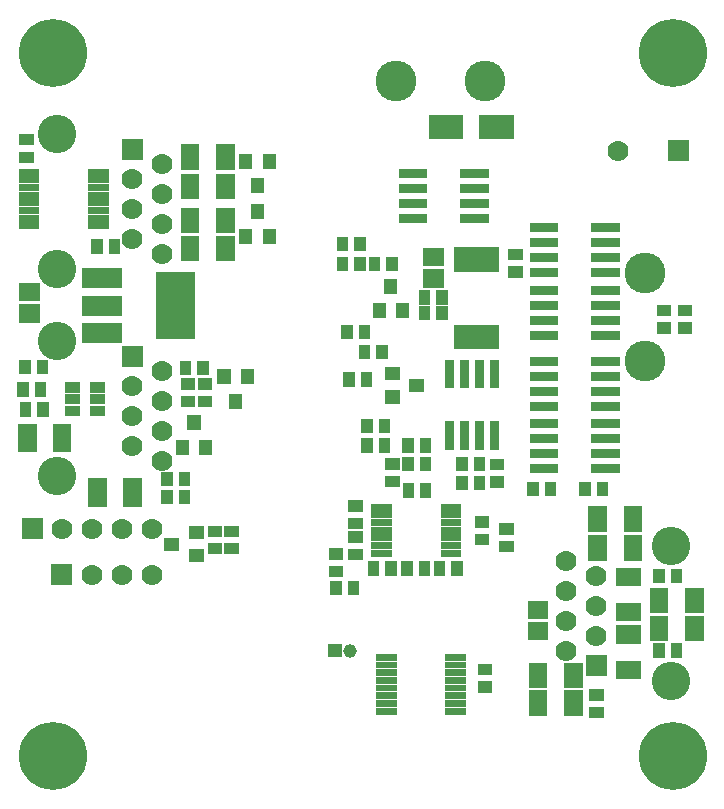
<source format=gbr>
G04 start of page 8 for group -4062 idx -4062 *
G04 Title: (unknown), soldermask *
G04 Creator: pcb 20110918 *
G04 CreationDate: Wed 12 Sep 2012 14:20:39 GMT UTC *
G04 For: rob *
G04 Format: Gerber/RS-274X *
G04 PCB-Dimensions: 236220 263780 *
G04 PCB-Coordinate-Origin: lower left *
%MOIN*%
%FSLAX25Y25*%
%LNBOTTOMMASK*%
%ADD110R,0.1320X0.1320*%
%ADD109R,0.0230X0.0230*%
%ADD108R,0.0660X0.0660*%
%ADD107R,0.0340X0.0340*%
%ADD106R,0.0809X0.0809*%
%ADD105R,0.0612X0.0612*%
%ADD104R,0.0789X0.0789*%
%ADD103R,0.0300X0.0300*%
%ADD102R,0.0630X0.0630*%
%ADD101R,0.0381X0.0381*%
%ADD100R,0.0440X0.0440*%
%ADD99C,0.1360*%
%ADD98C,0.0453*%
%ADD97C,0.2270*%
%ADD96C,0.1280*%
%ADD95C,0.0001*%
%ADD94C,0.0700*%
G54D94*X185865Y79727D03*
X195865Y74727D03*
X185865Y59727D03*
X195865Y64727D03*
X185865Y69727D03*
X195865Y54727D03*
G54D95*G36*
X192365Y48227D02*Y41227D01*
X199365D01*
Y48227D01*
X192365D01*
G37*
G54D94*X185865Y49727D03*
G54D96*X220865Y39727D03*
Y84727D03*
G54D97*X221457Y14764D03*
G54D95*G36*
X106455Y52069D02*Y47541D01*
X110983D01*
Y52069D01*
X106455D01*
G37*
G54D98*X113719Y49805D03*
G54D99*X212005Y146220D03*
Y175748D03*
X158662Y239567D03*
X129134D03*
G54D95*G36*
X219650Y219840D02*Y212840D01*
X226650D01*
Y219840D01*
X219650D01*
G37*
G54D94*X203150Y216340D03*
G54D97*X221457Y249016D03*
G54D95*G36*
X14217Y78502D02*Y71502D01*
X21217D01*
Y78502D01*
X14217D01*
G37*
G54D94*X27717Y75002D03*
G54D97*X14764Y14764D03*
G54D94*X37717Y75002D03*
X37797Y90356D03*
X47717Y75002D03*
X47797Y90356D03*
X51142Y112955D03*
X41142Y117955D03*
X51142Y122955D03*
G54D96*X16142Y107955D03*
G54D95*G36*
X4297Y93856D02*Y86856D01*
X11297D01*
Y93856D01*
X4297D01*
G37*
G54D94*X17797Y90356D03*
X27797D03*
X51142Y181852D03*
Y201852D03*
Y211852D03*
Y191852D03*
X41142Y186852D03*
Y206852D03*
Y196852D03*
G54D95*G36*
X37642Y220352D02*Y213352D01*
X44642D01*
Y220352D01*
X37642D01*
G37*
G54D96*X16142Y221852D03*
Y176852D03*
G54D94*X51142Y132955D03*
X41142Y137955D03*
Y127955D03*
G54D95*G36*
X37642Y151455D02*Y144455D01*
X44642D01*
Y151455D01*
X37642D01*
G37*
G54D94*X51142Y142955D03*
G54D96*X16142Y152955D03*
G54D97*X14764Y249016D03*
G54D100*X57832Y117778D02*Y117178D01*
G54D101*X58590Y101470D02*Y100502D01*
Y107374D02*Y106406D01*
G54D102*X41128Y104161D02*Y100961D01*
G54D101*X52756Y101470D02*Y100502D01*
G54D100*X62298Y89174D02*X62898D01*
X62298Y81374D02*X62898D01*
X54098Y85274D02*X54698D01*
G54D101*X52756Y107374D02*Y106406D01*
X68217Y89567D02*X69185D01*
X68217Y83733D02*X69185D01*
G54D103*X151915Y198918D02*X158415D01*
X151915Y193918D02*X158415D01*
G54D104*X160827Y224213D02*X164370D01*
X143898D02*X147441D01*
G54D103*X151915Y208918D02*X158415D01*
X131415D02*X137915D01*
X151915Y203918D02*X158415D01*
X131415Y198918D02*X137915D01*
X131415Y203918D02*X137915D01*
X175069Y175789D02*X181569D01*
X175069Y180789D02*X181569D01*
X175069Y169923D02*X181569D01*
X175069Y164923D02*X181569D01*
G54D101*X138582Y162887D02*Y161919D01*
X144416Y162887D02*Y161919D01*
X138583Y168006D02*Y167038D01*
X144417Y168006D02*Y167038D01*
G54D103*X175069Y154923D02*X181569D01*
X175069Y159923D02*X181569D01*
G54D101*X168414Y181820D02*X169382D01*
X168414Y175986D02*X169382D01*
G54D103*X175069Y185789D02*X181569D01*
X175069Y190789D02*X181569D01*
X195569D02*X202069D01*
X195569Y185789D02*X202069D01*
X195569Y180789D02*X202069D01*
X195569Y169923D02*X202069D01*
X195569Y164923D02*X202069D01*
X195569Y175789D02*X202069D01*
X195569Y159923D02*X202069D01*
X195569Y154923D02*X202069D01*
G54D101*X118504Y156391D02*Y155423D01*
X118504Y149895D02*Y148927D01*
X119291Y140643D02*Y139675D01*
G54D100*X127456Y142128D02*X128056D01*
X131263Y163361D02*Y162761D01*
X123463Y163361D02*Y162761D01*
X127363Y171561D02*Y170961D01*
G54D101*X124338Y149895D02*Y148927D01*
G54D100*X135656Y138228D02*X136256D01*
G54D101*X113457Y140643D02*Y139675D01*
G54D100*X86774Y188165D02*Y187565D01*
X82874Y196365D02*Y195765D01*
G54D105*X72243Y205711D02*Y203349D01*
Y194292D02*Y191930D01*
G54D100*X71727Y141444D02*Y140844D01*
G54D105*X60433Y185041D02*Y182679D01*
X72243Y185041D02*Y182679D01*
G54D100*X82874Y205026D02*Y204426D01*
X78974Y188165D02*Y187565D01*
G54D101*X64692Y144579D02*Y143611D01*
X64870Y138583D02*X65838D01*
G54D105*X60433Y205711D02*Y203349D01*
Y194292D02*Y191930D01*
Y215553D02*Y213191D01*
X72243Y215553D02*Y213191D01*
G54D100*X78974Y213226D02*Y212626D01*
X86774Y213226D02*Y212626D01*
G54D106*X152362Y154333D02*X159448D01*
X152362Y180121D02*X159448D01*
G54D105*X141142Y173820D02*X141928D01*
X141142Y180906D02*X141928D01*
G54D103*X131415Y193918D02*X137915D01*
G54D101*X127684Y179226D02*Y178258D01*
X117126Y185722D02*Y184754D01*
Y179226D02*Y178258D01*
X121850Y179226D02*Y178258D01*
X111292Y185722D02*Y184754D01*
X112670Y156391D02*Y155423D01*
X111292Y179226D02*Y178258D01*
G54D100*X127456Y134328D02*X128056D01*
G54D103*X151811Y145181D02*Y138681D01*
X156811Y145181D02*Y138681D01*
X161811Y145181D02*Y138681D01*
X146811Y145181D02*Y138681D01*
G54D101*X125197Y125093D02*Y124125D01*
X119363Y125093D02*Y124125D01*
X125197Y118596D02*Y117628D01*
X119363Y118596D02*Y117628D01*
X127469Y111938D02*X128437D01*
X127469Y106104D02*X128437D01*
X133071Y118596D02*Y117628D01*
Y112492D02*Y111524D01*
X138975Y103635D02*Y102667D01*
X143504Y77651D02*Y76683D01*
X138905Y118596D02*Y117628D01*
X138583Y77651D02*Y76683D01*
X138905Y112492D02*Y111524D01*
X133141Y103635D02*Y102667D01*
X115067Y81766D02*X116035D01*
X108571Y82017D02*X109539D01*
X108571Y76183D02*X109539D01*
X132749Y77651D02*Y76683D01*
X115067Y87600D02*X116035D01*
X115067Y98033D02*X116035D01*
X115067Y92199D02*X116035D01*
G54D103*X156811Y124681D02*Y118181D01*
X151811Y124681D02*Y118181D01*
X146811Y124681D02*Y118181D01*
G54D101*X151056Y112494D02*Y111526D01*
X156890Y112494D02*Y111526D01*
X165461Y84451D02*X166429D01*
X157193Y86813D02*X158161D01*
X165461Y90285D02*X166429D01*
X157193Y92647D02*X158161D01*
X149338Y77651D02*Y76683D01*
X151056Y106195D02*Y105227D01*
X156890Y106195D02*Y105227D01*
X162311Y105978D02*X163279D01*
G54D103*X161811Y124681D02*Y118181D01*
G54D101*X162311Y111812D02*X163279D01*
G54D107*X28742Y137495D02*X30342D01*
X20542D02*X22142D01*
G54D108*X27812Y155766D02*X34412D01*
G54D107*X28742Y133595D02*X30342D01*
X20542D02*X22142D01*
X28742Y129695D02*X30342D01*
X20542D02*X22142D01*
G54D101*X11345Y130604D02*Y129636D01*
G54D102*X17717Y122271D02*Y119071D01*
X6117Y122271D02*Y119071D01*
G54D105*X6497Y162206D02*X7283D01*
X6497Y169292D02*X7283D01*
G54D101*X5387Y144776D02*Y143808D01*
X5511Y130604D02*Y129636D01*
X4724Y137296D02*Y136328D01*
X11221Y144776D02*Y143808D01*
X10558Y137296D02*Y136328D01*
G54D109*X4390Y191343D02*X8996D01*
X4390Y193902D02*X8996D01*
X4390Y196461D02*X8996D01*
X4390Y199020D02*X8996D01*
X4390Y201578D02*X8996D01*
X4390Y204137D02*X8996D01*
X4390Y206696D02*X8996D01*
X4390Y209255D02*X8996D01*
X27618D02*X32224D01*
X27618Y206696D02*X32224D01*
X27618Y204137D02*X32224D01*
X27618Y201578D02*X32224D01*
X27618Y199020D02*X32224D01*
X27618Y196461D02*X32224D01*
X27618Y193902D02*X32224D01*
X27618Y191343D02*X32224D01*
G54D101*X5422Y220079D02*X6390D01*
X5422Y214245D02*X6390D01*
G54D100*X79527Y141444D02*Y140844D01*
X75627Y133244D02*Y132644D01*
X65632Y117778D02*Y117178D01*
X61732Y125978D02*Y125378D01*
G54D101*X64870Y132749D02*X65838D01*
X73729Y89567D02*X74697D01*
X73729Y83733D02*X74697D01*
G54D110*X55512Y169266D02*Y160266D01*
G54D101*X59162Y132749D02*X60130D01*
X59162Y138583D02*X60130D01*
X58858Y144579D02*Y143611D01*
G54D102*X29528Y104161D02*Y100961D01*
G54D108*X27812Y164766D02*X34412D01*
X27812Y173866D02*X34412D01*
G54D101*X35236Y184933D02*Y183965D01*
X29402Y184933D02*Y183965D01*
G54D103*X195569Y125435D02*X202069D01*
X195569Y120435D02*X202069D01*
X195569Y115435D02*X202069D01*
X195569Y110435D02*X202069D01*
G54D101*X218020Y163189D02*X218988D01*
X218020Y157355D02*X218988D01*
X224910Y163118D02*X225878D01*
X224910Y157284D02*X225878D01*
G54D103*X175069Y125435D02*X181569D01*
X175069Y131301D02*X181569D01*
X175069Y136301D02*X181569D01*
X175069Y141301D02*X181569D01*
X175069Y146301D02*X181569D01*
X195569D02*X202069D01*
X195569Y141301D02*X202069D01*
X195569Y136301D02*X202069D01*
X195569Y131301D02*X202069D01*
G54D105*X216732Y58269D02*Y55907D01*
Y67718D02*Y65356D01*
G54D101*X216732Y75092D02*Y74124D01*
G54D105*X228542Y58269D02*Y55907D01*
Y67718D02*Y65356D01*
X205315Y74410D02*X207677D01*
X208071Y85238D02*Y82876D01*
X196261Y85238D02*Y82876D01*
X208069Y94884D02*Y92522D01*
X196259Y94884D02*Y92522D01*
G54D101*X222566Y50289D02*Y49321D01*
Y75092D02*Y74124D01*
X216732Y50289D02*Y49321D01*
G54D103*X175069Y110435D02*X181569D01*
X175069Y115435D02*X181569D01*
X175069Y120435D02*X181569D01*
G54D101*X192126Y104226D02*Y103258D01*
X197960Y104226D02*Y103258D01*
X180512Y104226D02*Y103258D01*
X174678Y104226D02*Y103258D01*
G54D109*X146712Y47540D02*X151318D01*
X146712Y44981D02*X151318D01*
X146712Y39863D02*X151318D01*
X146712Y37305D02*X151318D01*
X146712Y34746D02*X151318D01*
X146712Y32187D02*X151318D01*
X146712Y29628D02*X151318D01*
X123484D02*X128090D01*
X123484Y32187D02*X128090D01*
X123484Y34746D02*X128090D01*
X123484Y37305D02*X128090D01*
X123484Y39863D02*X128090D01*
X123484Y42422D02*X128090D01*
X123484Y44981D02*X128090D01*
X123484Y47540D02*X128090D01*
G54D101*X114889Y71155D02*Y70187D01*
X121528Y77651D02*Y76683D01*
X109055Y71155D02*Y70187D01*
G54D105*X205315Y43310D02*X207677D01*
X205315Y55120D02*X207677D01*
X205315Y62600D02*X207677D01*
X188188Y42719D02*Y40357D01*
G54D101*X195382Y29207D02*X196350D01*
X195382Y35041D02*X196350D01*
G54D109*X146712Y42422D02*X151318D01*
G54D105*X188188Y33467D02*Y31105D01*
X176378Y33467D02*Y31105D01*
Y42719D02*Y40357D01*
X175985Y56302D02*X176771D01*
X175985Y63388D02*X176771D01*
G54D101*X158177Y43506D02*X159145D01*
X158177Y37672D02*X159145D01*
G54D109*X121907Y82283D02*X126513D01*
X121907Y84842D02*X126513D01*
X121907Y87401D02*X126513D01*
X121907Y89960D02*X126513D01*
X121907Y92519D02*X126513D01*
X121907Y95078D02*X126513D01*
X121907Y97637D02*X126513D01*
X145135D02*X149741D01*
X145135Y95078D02*X149741D01*
X145135Y92519D02*X149741D01*
X145135Y89960D02*X149741D01*
X145135Y87401D02*X149741D01*
X145135Y84842D02*X149741D01*
X145135Y82283D02*X149741D01*
G54D101*X127362Y77651D02*Y76683D01*
M02*

</source>
